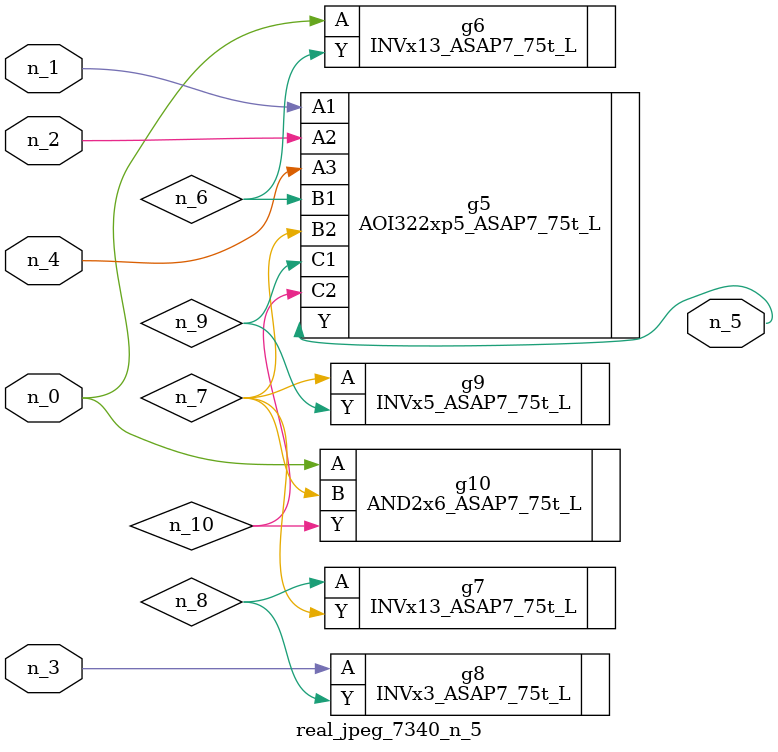
<source format=v>
module real_jpeg_7340_n_5 (n_4, n_0, n_1, n_2, n_3, n_5);

input n_4;
input n_0;
input n_1;
input n_2;
input n_3;

output n_5;

wire n_8;
wire n_6;
wire n_7;
wire n_10;
wire n_9;

INVx13_ASAP7_75t_L g6 ( 
.A(n_0),
.Y(n_6)
);

AND2x6_ASAP7_75t_L g10 ( 
.A(n_0),
.B(n_7),
.Y(n_10)
);

AOI322xp5_ASAP7_75t_L g5 ( 
.A1(n_1),
.A2(n_2),
.A3(n_4),
.B1(n_6),
.B2(n_7),
.C1(n_9),
.C2(n_10),
.Y(n_5)
);

INVx3_ASAP7_75t_L g8 ( 
.A(n_3),
.Y(n_8)
);

INVx5_ASAP7_75t_L g9 ( 
.A(n_7),
.Y(n_9)
);

INVx13_ASAP7_75t_L g7 ( 
.A(n_8),
.Y(n_7)
);


endmodule
</source>
